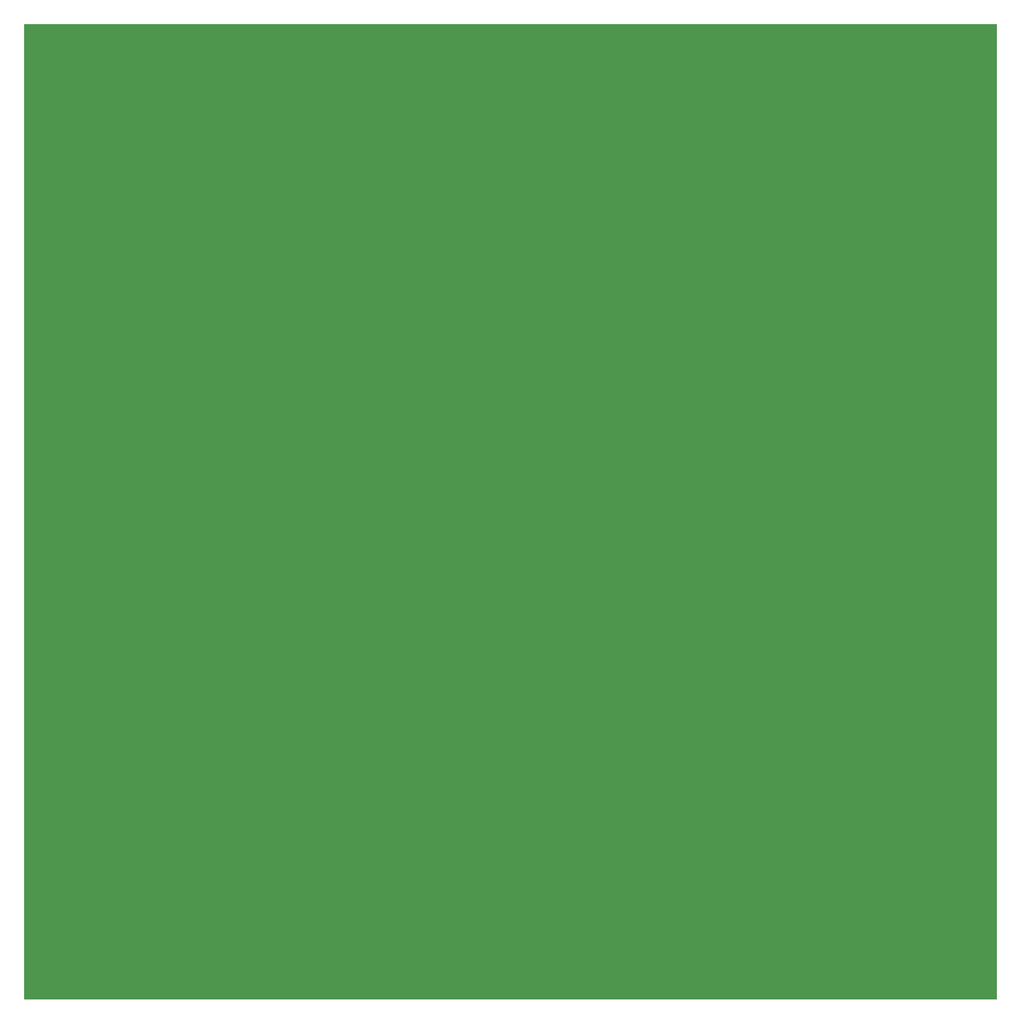
<source format=gbr>
%TF.GenerationSoftware,KiCad,Pcbnew,7.0.9*%
%TF.CreationDate,2024-08-20T17:43:16-06:00*%
%TF.ProjectId,blank_idealvac,626c616e-6b5f-4696-9465-616c7661632e,rev?*%
%TF.SameCoordinates,Original*%
%TF.FileFunction,Soldermask,Bot*%
%TF.FilePolarity,Negative*%
%FSLAX46Y46*%
G04 Gerber Fmt 4.6, Leading zero omitted, Abs format (unit mm)*
G04 Created by KiCad (PCBNEW 7.0.9) date 2024-08-20 17:43:16*
%MOMM*%
%LPD*%
G01*
G04 APERTURE LIST*
%ADD10C,7.137400*%
G04 APERTURE END LIST*
G36*
X4220000Y-45260000D02*
G01*
X198920000Y-45260000D01*
X198920000Y-240360000D01*
X4220000Y-240360000D01*
X4220000Y-45260000D01*
G37*
D10*
%TO.C,H2*%
X167400000Y-76900000D03*
%TD*%
%TO.C,H3*%
X167400000Y-203900000D03*
%TD*%
%TO.C,H4*%
X40400000Y-203900000D03*
%TD*%
%TO.C,H1*%
X40400000Y-76900000D03*
%TD*%
M02*

</source>
